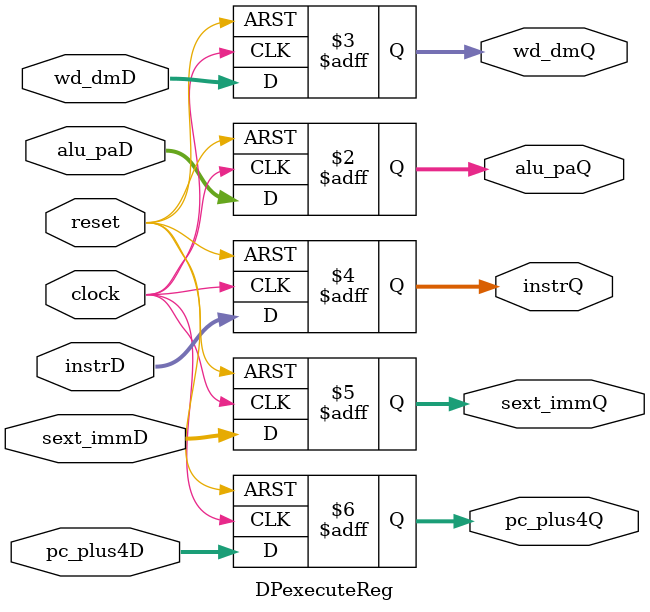
<source format=v>
`timescale 1ns / 1ps

module DPexecuteReg(
            input wire clock,
            input wire reset,
            input wire [31:0] alu_paD,
            input wire [31:0] wd_dmD,
            input wire [31:0] instrD,
            input wire [31:0] sext_immD,
            input wire [31:0] pc_plus4D,
            output reg [31:0] alu_paQ,
            output reg [31:0] wd_dmQ,
            output reg [31:0] instrQ,
            output reg [31:0] sext_immQ,
            output reg [31:0] pc_plus4Q
        );
        
        always @ (posedge clock, posedge reset) begin
            if (reset) begin
                alu_paQ <= 0;
                wd_dmQ <= 0;
                instrQ <= 0;
                sext_immQ <= 0;
                pc_plus4Q <= 0;
            end
            else begin
                alu_paQ <= alu_paD;
                wd_dmQ <= wd_dmD;
                instrQ <= instrD;
                sext_immQ <= sext_immD;
                pc_plus4Q <= pc_plus4D;
            end
        end
endmodule

</source>
